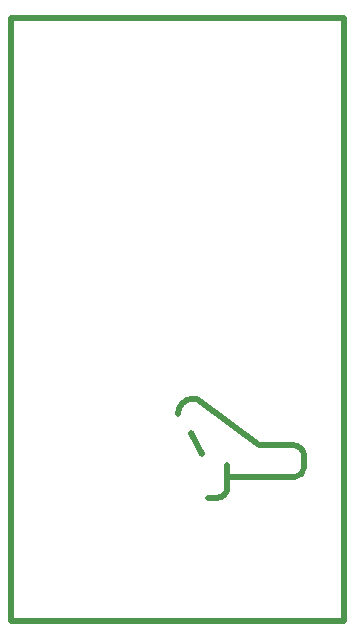
<source format=gbr>
G04 start of page 4 for group 2 idx 2 *
G04 Title: (unknown), outline *
G04 Creator: pcb 20140316 *
G04 CreationDate: Fri 08 May 2015 01:38:14 PM GMT UTC *
G04 For: fosse *
G04 Format: Gerber/RS-274X *
G04 PCB-Dimensions (mil): 1250.00 2150.00 *
G04 PCB-Coordinate-Origin: lower left *
%MOIN*%
%FSLAX25Y25*%
%LNOUTLINE*%
%ADD37C,0.0200*%
G54D37*X116000Y211000D02*Y10000D01*
X99000Y68500D02*X87500D01*
X102500Y65000D02*Y61000D01*
X5000Y211000D02*X116000D01*
Y10000D02*X5000D01*
X77000Y58000D02*X99500D01*
X74000Y51000D02*X70500D01*
X5000Y10000D02*Y211000D01*
X67000Y84000D02*X87500Y68500D01*
X65500Y84000D02*X67000D01*
X65000Y72500D02*X68500Y65500D01*
X77000Y62000D02*Y54000D01*
X99000Y68500D02*G75*G02X102500Y65000I0J-3500D01*G01*
X60500Y79000D02*G75*G02X65500Y84000I5000J0D01*G01*
X102500Y61000D02*G75*G02X99500Y58000I-3000J0D01*G01*
X77000Y54500D02*G75*G02X73500Y51000I-3500J0D01*G01*
M02*

</source>
